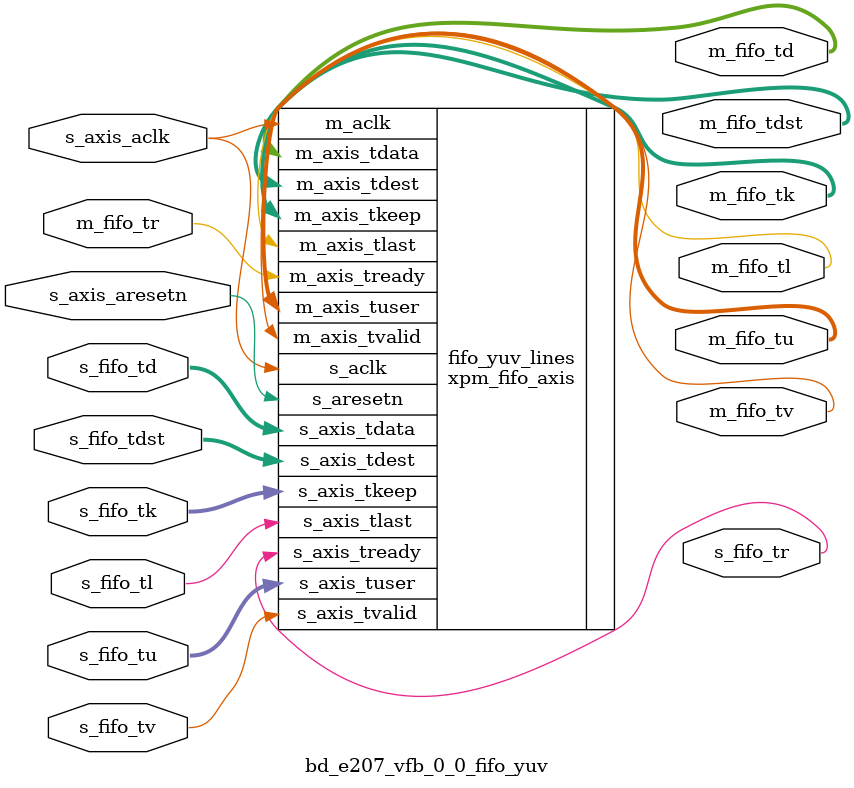
<source format=v>
`timescale 1ps/1ps
module bd_e207_vfb_0_0_fifo_yuv (
  input            s_axis_aclk    ,

  input         s_axis_aresetn ,
  output    s_fifo_tr      ,
  input     s_fifo_tv      ,
  input      [64-1:0]  s_fifo_td      ,
  input      [96-1:0]  s_fifo_tu      ,
  input      [4-1:0] s_fifo_tdst      ,
  input      [8-1:0] s_fifo_tk      ,
  input      s_fifo_tl      ,
  input     m_fifo_tr      ,
  output     m_fifo_tv      ,
  output   [64-1:0]   m_fifo_td      ,
  output   [4-1:0] m_fifo_tdst ,
  output   [96-1:0]  m_fifo_tu      ,
  output    [8-1:0] m_fifo_tk      ,
  output      m_fifo_tl      
);

xpm_fifo_axis#(
      .CLOCKING_MODE("common_clock"), // String
      .ECC_MODE("no_ecc"),            // String
      .FIFO_DEPTH(16),              // DECIMAL
      .FIFO_MEMORY_TYPE("distributed"),      // String
      .PACKET_FIFO("false"),          // String
      .PROG_EMPTY_THRESH(10),         // DECIMAL
      .PROG_FULL_THRESH(123),          // DECIMAL
      .RD_DATA_COUNT_WIDTH(1),        // DECIMAL
      .RELATED_CLOCKS(0),             // DECIMAL
      .SIM_ASSERT_CHK(0),             // DECIMAL; 0=disable simulation messages, 1=enable simulation messages
      .TDATA_WIDTH(64),               // DECIMAL
      .TDEST_WIDTH(4),                // DECIMAL
      .TUSER_WIDTH(96),                // DECIMAL
      .USE_ADV_FEATURES("1000"),      // String
      .WR_DATA_COUNT_WIDTH(1)         // DECIMAL
 ) fifo_yuv_lines(
  .s_aresetn         (s_axis_aresetn ),
  .m_aclk            (s_axis_aclk    ),
  .s_aclk            (s_axis_aclk    ),
  .s_axis_tready     (s_fifo_tr      ),
  .s_axis_tvalid     (s_fifo_tv      ),
  .s_axis_tdata      (s_fifo_td      ),
  .s_axis_tuser      (s_fifo_tu      ),
  .s_axis_tdest      (s_fifo_tdst      ),
  .s_axis_tkeep      (s_fifo_tk      ),
  .s_axis_tlast      (s_fifo_tl      ),
  .m_axis_tready     (m_fifo_tr      ),
  .m_axis_tvalid     (m_fifo_tv      ),
  .m_axis_tdata      (m_fifo_td      ),
  .m_axis_tdest      (m_fifo_tdst     ),
  .m_axis_tuser      (m_fifo_tu      ),
  .m_axis_tkeep      (m_fifo_tk      ),
  .m_axis_tlast      (m_fifo_tl      )
);
endmodule

</source>
